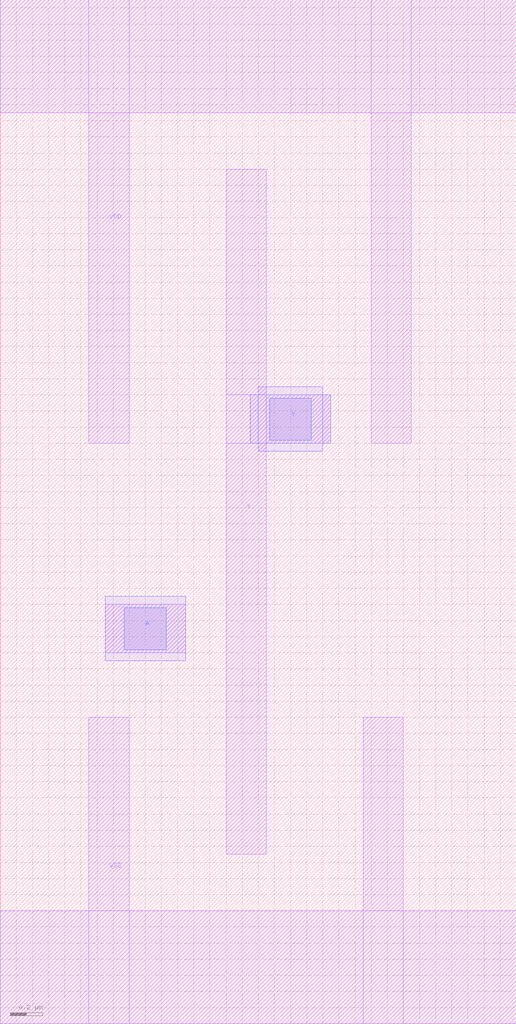
<source format=lef>
# Copyright 2022 Google LLC
# Licensed under the Apache License, Version 2.0 (the "License");
# you may not use this file except in compliance with the License.
# You may obtain a copy of the License at
#
#      http://www.apache.org/licenses/LICENSE-2.0
#
# Unless required by applicable law or agreed to in writing, software
# distributed under the License is distributed on an "AS IS" BASIS,
# WITHOUT WARRANTIES OR CONDITIONS OF ANY KIND, either express or implied.
# See the License for the specific language governing permissions and
# limitations under the License.
VERSION 5.7 ;
BUSBITCHARS "[]" ;
DIVIDERCHAR "/" ;

MACRO gf180mcu_osu_sc_gp9t3v3__inv_2
  CLASS CORE ;
  ORIGIN 0 0 ;
  FOREIGN gf180mcu_osu_sc_gp9t3v3__inv_2 0 0 ;
  SIZE 3.2 BY 6.35 ;
  SYMMETRY X Y ;
  SITE gf180mcu_osu_sc_gp9t3v3 ;
  PIN VDD
    DIRECTION INOUT ;
    USE POWER ;
    SHAPE ABUTMENT ;
    PORT
      LAYER Metal1 ;
        RECT 0 5.65 3.2 6.35 ;
        RECT 2.3 3.6 2.55 6.35 ;
        RECT 0.55 3.6 0.8 6.35 ;
    END
  END VDD
  PIN VSS
    DIRECTION INOUT ;
    USE GROUND ;
    SHAPE ABUTMENT ;
    PORT
      LAYER Metal1 ;
        RECT 0 0 3.2 0.7 ;
        RECT 2.25 0 2.5 1.9 ;
        RECT 0.55 0 0.8 1.9 ;
    END
  END VSS
  PIN A
    DIRECTION INPUT ;
    USE SIGNAL ;
    PORT
      LAYER Metal1 ;
        RECT 0.65 2.3 1.15 2.6 ;
      LAYER Metal2 ;
        RECT 0.65 2.25 1.15 2.65 ;
      LAYER Via1 ;
        RECT 0.77 2.32 1.03 2.58 ;
    END
  END A
  PIN Y
    DIRECTION OUTPUT ;
    USE SIGNAL ;
    PORT
      LAYER Metal1 ;
        RECT 1.4 3.6 2.05 3.9 ;
        RECT 1.4 1.05 1.65 5.3 ;
      LAYER Metal2 ;
        RECT 1.55 3.6 2.05 3.9 ;
        RECT 1.6 3.55 2 3.95 ;
      LAYER Via1 ;
        RECT 1.67 3.62 1.93 3.88 ;
    END
  END Y
END gf180mcu_osu_sc_gp9t3v3__inv_2

</source>
